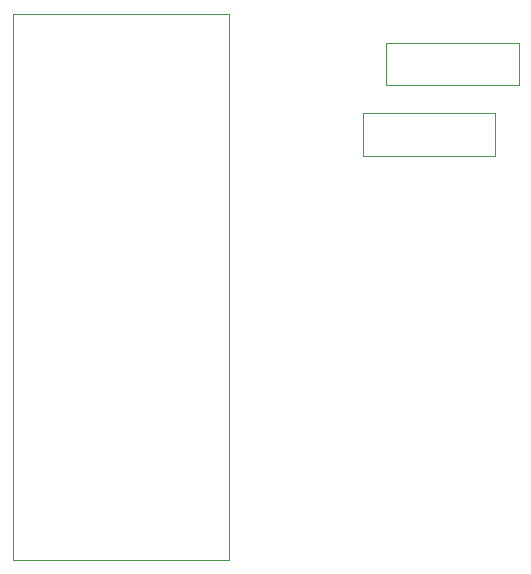
<source format=gbr>
%TF.GenerationSoftware,KiCad,Pcbnew,8.0.3*%
%TF.CreationDate,2025-02-27T15:05:35+03:00*%
%TF.ProjectId,scheme,73636865-6d65-42e6-9b69-6361645f7063,rev?*%
%TF.SameCoordinates,Original*%
%TF.FileFunction,Other,User*%
%FSLAX46Y46*%
G04 Gerber Fmt 4.6, Leading zero omitted, Abs format (unit mm)*
G04 Created by KiCad (PCBNEW 8.0.3) date 2025-02-27 15:05:35*
%MOMM*%
%LPD*%
G01*
G04 APERTURE LIST*
%ADD10C,0.050000*%
G04 APERTURE END LIST*
D10*
%TO.C,REF\u002A\u002A*%
X51750000Y-70795000D02*
X51750000Y-117015000D01*
X51750000Y-70795000D02*
X70030000Y-70795000D01*
X70030000Y-117015000D02*
X51750000Y-117015000D01*
X70030000Y-117015000D02*
X70030000Y-70795000D01*
X81400000Y-79200000D02*
X81400000Y-82800000D01*
X81400000Y-82800000D02*
X92600000Y-82800000D01*
X92600000Y-79200000D02*
X81400000Y-79200000D01*
X92600000Y-82800000D02*
X92600000Y-79200000D01*
X83360000Y-73200000D02*
X83360000Y-76800000D01*
X83360000Y-76800000D02*
X94560000Y-76800000D01*
X94560000Y-73200000D02*
X83360000Y-73200000D01*
X94560000Y-76800000D02*
X94560000Y-73200000D01*
%TD*%
M02*

</source>
